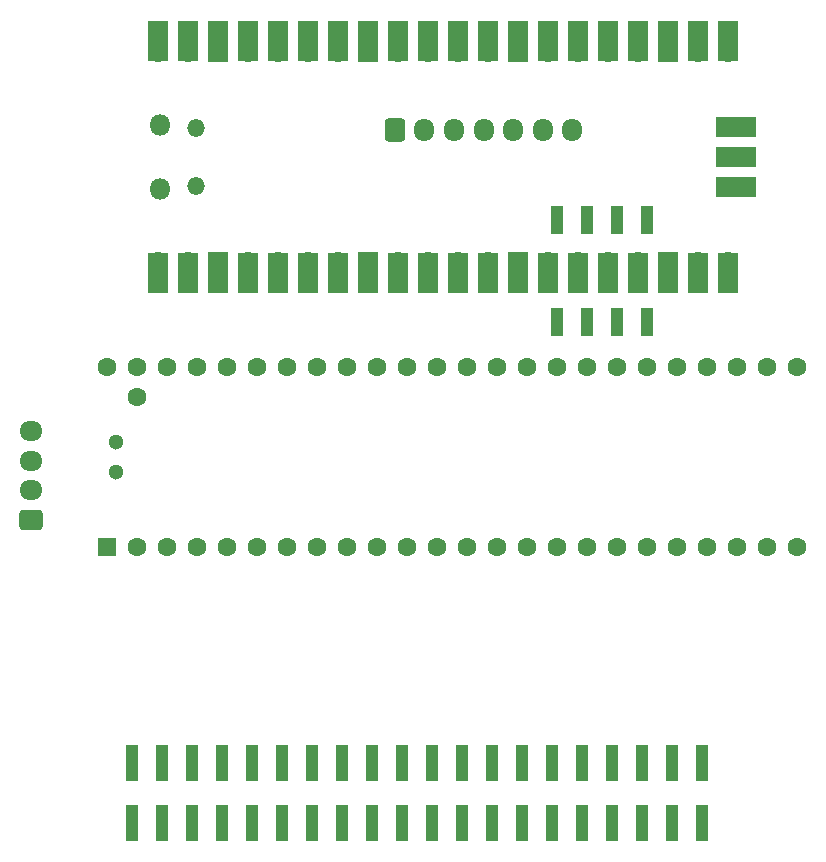
<source format=gbs>
G04 #@! TF.GenerationSoftware,KiCad,Pcbnew,(6.0.1)*
G04 #@! TF.CreationDate,2022-01-19T01:46:26+10:00*
G04 #@! TF.ProjectId,RedPyKeeb_MCU,52656450-794b-4656-9562-5f4d43552e6b,rev?*
G04 #@! TF.SameCoordinates,Original*
G04 #@! TF.FileFunction,Soldermask,Bot*
G04 #@! TF.FilePolarity,Negative*
%FSLAX46Y46*%
G04 Gerber Fmt 4.6, Leading zero omitted, Abs format (unit mm)*
G04 Created by KiCad (PCBNEW (6.0.1)) date 2022-01-19 01:46:26*
%MOMM*%
%LPD*%
G01*
G04 APERTURE LIST*
G04 Aperture macros list*
%AMRoundRect*
0 Rectangle with rounded corners*
0 $1 Rounding radius*
0 $2 $3 $4 $5 $6 $7 $8 $9 X,Y pos of 4 corners*
0 Add a 4 corners polygon primitive as box body*
4,1,4,$2,$3,$4,$5,$6,$7,$8,$9,$2,$3,0*
0 Add four circle primitives for the rounded corners*
1,1,$1+$1,$2,$3*
1,1,$1+$1,$4,$5*
1,1,$1+$1,$6,$7*
1,1,$1+$1,$8,$9*
0 Add four rect primitives between the rounded corners*
20,1,$1+$1,$2,$3,$4,$5,0*
20,1,$1+$1,$4,$5,$6,$7,0*
20,1,$1+$1,$6,$7,$8,$9,0*
20,1,$1+$1,$8,$9,$2,$3,0*%
G04 Aperture macros list end*
%ADD10RoundRect,0.250000X0.725000X-0.600000X0.725000X0.600000X-0.725000X0.600000X-0.725000X-0.600000X0*%
%ADD11O,1.950000X1.700000*%
%ADD12RoundRect,0.250000X-0.600000X-0.725000X0.600000X-0.725000X0.600000X0.725000X-0.600000X0.725000X0*%
%ADD13O,1.700000X1.950000*%
%ADD14R,1.600000X1.600000*%
%ADD15C,1.600000*%
%ADD16C,1.300000*%
%ADD17R,1.120000X2.440000*%
%ADD18R,1.000000X3.150000*%
%ADD19O,1.500000X1.500000*%
%ADD20O,1.800000X1.800000*%
%ADD21O,1.700000X1.700000*%
%ADD22R,1.700000X3.500000*%
%ADD23R,1.700000X1.700000*%
%ADD24R,3.500000X1.700000*%
G04 APERTURE END LIST*
D10*
X24403400Y-61615200D03*
D11*
X24403400Y-59115200D03*
X24403400Y-56615200D03*
X24403400Y-54115200D03*
D12*
X55200000Y-28600000D03*
D13*
X57700000Y-28600000D03*
X60200000Y-28600000D03*
X62700000Y-28600000D03*
X65200000Y-28600000D03*
X67700000Y-28600000D03*
X70200000Y-28600000D03*
D14*
X30855000Y-63952000D03*
D15*
X33395000Y-63952000D03*
X35935000Y-63952000D03*
X38475000Y-63952000D03*
X41015000Y-63952000D03*
X43555000Y-63952000D03*
X46095000Y-63952000D03*
X48635000Y-63952000D03*
X51175000Y-63952000D03*
X53715000Y-63952000D03*
X56255000Y-63952000D03*
X58795000Y-63952000D03*
X61335000Y-63952000D03*
X63875000Y-63952000D03*
X66415000Y-63952000D03*
X68955000Y-63952000D03*
X71495000Y-63952000D03*
X74035000Y-63952000D03*
X76575000Y-63952000D03*
X79115000Y-63952000D03*
X81655000Y-63952000D03*
X84195000Y-63952000D03*
X86735000Y-63952000D03*
X89275000Y-63952000D03*
X89275000Y-48712000D03*
X86735000Y-48712000D03*
X84195000Y-48712000D03*
X81655000Y-48712000D03*
X79115000Y-48712000D03*
X76575000Y-48712000D03*
X74035000Y-48712000D03*
X71495000Y-48712000D03*
X68955000Y-48712000D03*
X66415000Y-48712000D03*
X63875000Y-48712000D03*
X61335000Y-48712000D03*
X58795000Y-48712000D03*
X56255000Y-48712000D03*
X53715000Y-48712000D03*
X51175000Y-48712000D03*
X48635000Y-48712000D03*
X46095000Y-48712000D03*
X43555000Y-48712000D03*
X41015000Y-48712000D03*
X38475000Y-48712000D03*
X35935000Y-48712000D03*
X33395000Y-48712000D03*
X30855000Y-48712000D03*
X33395000Y-51252000D03*
D16*
X31585000Y-55062000D03*
X31585000Y-57602000D03*
D17*
X76575000Y-36228200D03*
X74035000Y-36228200D03*
X71495000Y-36228200D03*
X68955000Y-36228200D03*
X68955000Y-44838200D03*
X71495000Y-44838200D03*
X74035000Y-44838200D03*
X76575000Y-44838200D03*
D18*
X32970000Y-82225000D03*
X32970000Y-87275000D03*
X35510000Y-82225000D03*
X35510000Y-87275000D03*
X38050000Y-82225000D03*
X38050000Y-87275000D03*
X40590000Y-82225000D03*
X40590000Y-87275000D03*
X43130000Y-82225000D03*
X43130000Y-87275000D03*
X45670000Y-82225000D03*
X45670000Y-87275000D03*
X48210000Y-82225000D03*
X48210000Y-87275000D03*
X50750000Y-82225000D03*
X50750000Y-87275000D03*
X53290000Y-82225000D03*
X53290000Y-87275000D03*
X55830000Y-82225000D03*
X55830000Y-87275000D03*
X58370000Y-82225000D03*
X58370000Y-87275000D03*
X60910000Y-82225000D03*
X60910000Y-87275000D03*
X63450000Y-82225000D03*
X63450000Y-87275000D03*
X65990000Y-82225000D03*
X65990000Y-87275000D03*
X68530000Y-82225000D03*
X68530000Y-87275000D03*
X71070000Y-82225240D03*
X71070000Y-87275000D03*
X73610000Y-82225000D03*
X73610000Y-87275000D03*
X76150000Y-82225000D03*
X76150000Y-87275000D03*
X78690000Y-82225000D03*
X78690000Y-87275000D03*
X81230000Y-82225000D03*
X81230000Y-87275000D03*
D19*
X38330000Y-28475000D03*
D20*
X35300000Y-33625000D03*
X35300000Y-28175000D03*
D19*
X38330000Y-33325000D03*
D21*
X35170000Y-22010000D03*
D22*
X35170000Y-21110000D03*
D21*
X37710000Y-22010000D03*
D22*
X37710000Y-21110000D03*
X40250000Y-21110000D03*
D23*
X40250000Y-22010000D03*
D22*
X42790000Y-21110000D03*
D21*
X42790000Y-22010000D03*
D22*
X45330000Y-21110000D03*
D21*
X45330000Y-22010000D03*
X47870000Y-22010000D03*
D22*
X47870000Y-21110000D03*
X50410000Y-21110000D03*
D21*
X50410000Y-22010000D03*
D22*
X52950000Y-21110000D03*
D23*
X52950000Y-22010000D03*
D22*
X55490000Y-21110000D03*
D21*
X55490000Y-22010000D03*
D22*
X58030000Y-21110000D03*
D21*
X58030000Y-22010000D03*
D22*
X60570000Y-21110000D03*
D21*
X60570000Y-22010000D03*
X63110000Y-22010000D03*
D22*
X63110000Y-21110000D03*
D23*
X65650000Y-22010000D03*
D22*
X65650000Y-21110000D03*
D21*
X68190000Y-22010000D03*
D22*
X68190000Y-21110000D03*
X70730000Y-21110000D03*
D21*
X70730000Y-22010000D03*
D22*
X73270000Y-21110000D03*
D21*
X73270000Y-22010000D03*
X75810000Y-22010000D03*
D22*
X75810000Y-21110000D03*
X78350000Y-21110000D03*
D23*
X78350000Y-22010000D03*
D21*
X80890000Y-22010000D03*
D22*
X80890000Y-21110000D03*
D21*
X83430000Y-22010000D03*
D22*
X83430000Y-21110000D03*
D21*
X83430000Y-39790000D03*
D22*
X83430000Y-40690000D03*
D21*
X80890000Y-39790000D03*
D22*
X80890000Y-40690000D03*
D23*
X78350000Y-39790000D03*
D22*
X78350000Y-40690000D03*
X75810000Y-40690000D03*
D21*
X75810000Y-39790000D03*
D22*
X73270000Y-40690000D03*
D21*
X73270000Y-39790000D03*
X70730000Y-39790000D03*
D22*
X70730000Y-40690000D03*
D21*
X68190000Y-39790000D03*
D22*
X68190000Y-40690000D03*
X65650000Y-40690000D03*
D23*
X65650000Y-39790000D03*
D22*
X63110000Y-40690000D03*
D21*
X63110000Y-39790000D03*
D22*
X60570000Y-40690000D03*
D21*
X60570000Y-39790000D03*
X58030000Y-39790000D03*
D22*
X58030000Y-40690000D03*
X55490000Y-40690000D03*
D21*
X55490000Y-39790000D03*
D23*
X52950000Y-39790000D03*
D22*
X52950000Y-40690000D03*
D21*
X50410000Y-39790000D03*
D22*
X50410000Y-40690000D03*
X47870000Y-40690000D03*
D21*
X47870000Y-39790000D03*
D22*
X45330000Y-40690000D03*
D21*
X45330000Y-39790000D03*
D22*
X42790000Y-40690000D03*
D21*
X42790000Y-39790000D03*
D23*
X40250000Y-39790000D03*
D22*
X40250000Y-40690000D03*
X37710000Y-40690000D03*
D21*
X37710000Y-39790000D03*
D22*
X35170000Y-40690000D03*
D21*
X35170000Y-39790000D03*
X83200000Y-28360000D03*
D24*
X84100000Y-28360000D03*
X84100000Y-30900000D03*
D23*
X83200000Y-30900000D03*
D21*
X83200000Y-33440000D03*
D24*
X84100000Y-33440000D03*
M02*

</source>
